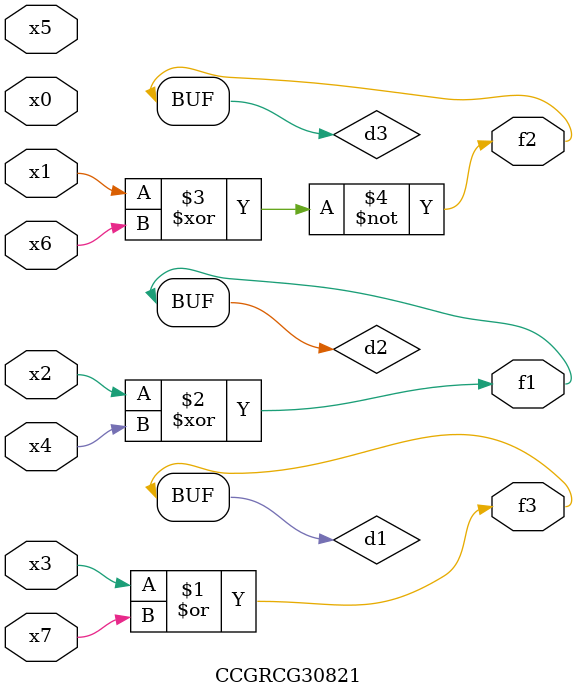
<source format=v>
module CCGRCG30821(
	input x0, x1, x2, x3, x4, x5, x6, x7,
	output f1, f2, f3
);

	wire d1, d2, d3;

	or (d1, x3, x7);
	xor (d2, x2, x4);
	xnor (d3, x1, x6);
	assign f1 = d2;
	assign f2 = d3;
	assign f3 = d1;
endmodule

</source>
